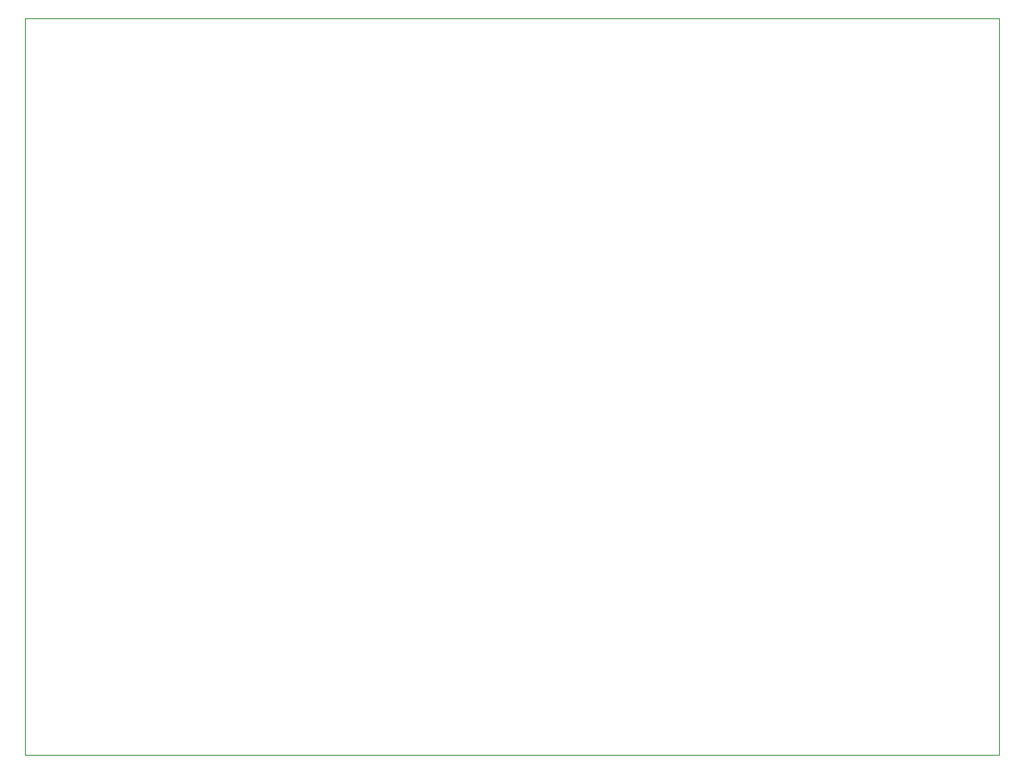
<source format=gbr>
%TF.GenerationSoftware,KiCad,Pcbnew,(5.1.6)-1*%
%TF.CreationDate,2022-08-08T08:16:50-05:00*%
%TF.ProjectId,controller4,636f6e74-726f-46c6-9c65-72342e6b6963,rev?*%
%TF.SameCoordinates,Original*%
%TF.FileFunction,Profile,NP*%
%FSLAX46Y46*%
G04 Gerber Fmt 4.6, Leading zero omitted, Abs format (unit mm)*
G04 Created by KiCad (PCBNEW (5.1.6)-1) date 2022-08-08 08:16:50*
%MOMM*%
%LPD*%
G01*
G04 APERTURE LIST*
%TA.AperFunction,Profile*%
%ADD10C,0.100000*%
%TD*%
G04 APERTURE END LIST*
D10*
X99060000Y74930000D02*
X0Y74930000D01*
X99060000Y0D02*
X99060000Y74930000D01*
X0Y0D02*
X99060000Y0D01*
X0Y74930000D02*
X0Y0D01*
M02*

</source>
